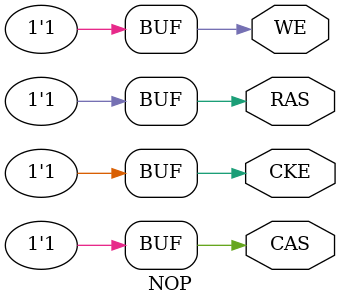
<source format=v>

module NOP(
output CKE			,
output RAS			,
output CAS			,
output WE
);

assign	CKE 	= 1;
assign	RAS 	= 1;
assign	CAS 	= 1;
assign	WE		= 1;

endmodule

/* Instance module

NOP nop_ex(
	.CKE(CKE),
	.RAS(RAS),
	.CAS(CAS),
	.WE(WE)
);

*/
</source>
